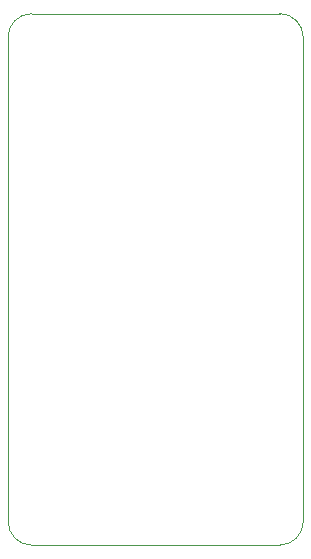
<source format=gm1>
G04*
G04 #@! TF.GenerationSoftware,Altium Limited,Altium Designer,20.2.6 (244)*
G04*
G04 Layer_Color=16711935*
%FSLAX25Y25*%
%MOIN*%
G70*
G04*
G04 #@! TF.SameCoordinates,98B12EC8-E559-45FE-9E7D-FCD1A3165D23*
G04*
G04*
G04 #@! TF.FilePolarity,Positive*
G04*
G01*
G75*
%ADD10C,0.00394*%
D10*
X-0Y7874D02*
G03*
X7874Y0I7874J0D01*
G01*
X7874Y177165D02*
G03*
X-0Y169291I-0J-7874D01*
G01*
X98425Y169291D02*
G03*
X90551Y177165I-7874J0D01*
G01*
X90551Y0D02*
G03*
X98425Y7874I0J7874D01*
G01*
X-0Y7874D02*
Y169291D01*
X7874Y177165D02*
X90551Y177165D01*
X98425Y7874D02*
X98425Y169291D01*
X7874Y0D02*
X90551Y0D01*
M02*

</source>
